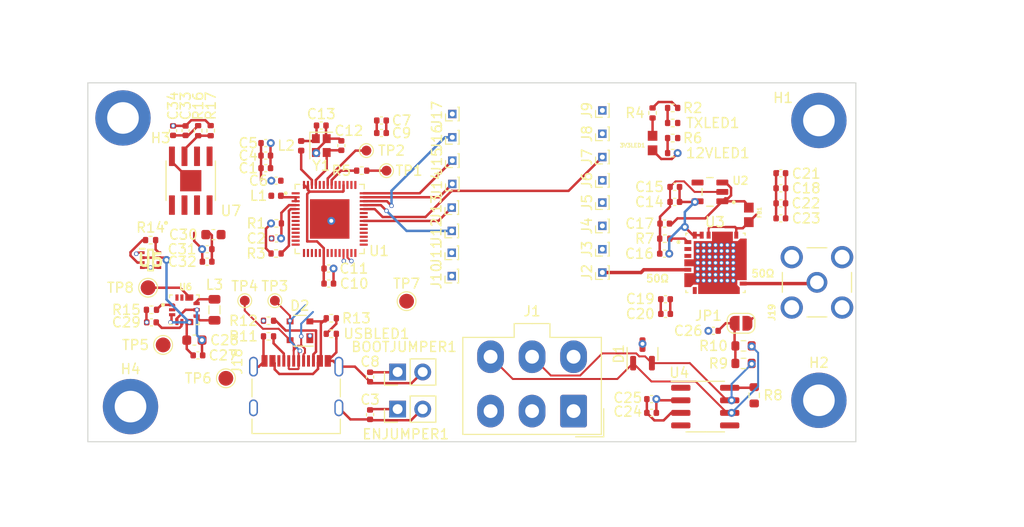
<source format=kicad_pcb>
(kicad_pcb (version 20221018) (generator pcbnew)
  (layers (0 "F.Cu" signal) (1 "In1.Cu" signal) (2 "In2.Cu" signal) (31 "B.Cu" signal) (34 "B.Paste" user) (35 "F.Paste" user) (36 "B.SilkS" user "B.Silkscreen") (37 "F.SilkS" user "F.Silkscreen") (38 "B.Mask" user) (39 "F.Mask" user) (44 "Edge.Cuts" user))
  (net 0 "")
  (net 1 "GND")
  (net 2 "+3V3")
  (net 3 "VBUS")
  (net 4 "RBUS_uC_V")
  (net 5 "Net-(3V3LED1-A)")
  (net 6 "/Power/BBIN")
  (net 7 "/Power/BIAS")
  (net 8 "/Power/BBOUT")
  (net 9 "/Power/LX1")
  (net 10 "/Power/LX2")
  (net 11 "/Power/SEL")
  (net 12 "/Power/FBIn")
  (net 13 "Net-(12VLED1-A)")
  (net 14 "/BOOT")
  (net 15 "/CHIP_PU")
  (net 16 "Net-(C6-Pad1)")
  (net 17 "/2V85")
  (net 18 "Net-(C13-Pad1)")
  (net 19 "Net-(U1-XTAL_N)")
  (net 20 "Net-(JP1-B)")
  (net 21 "/VCC1")
  (net 22 "+3.3VA")
  (net 23 "/CAN-")
  (net 24 "/CAN+")
  (net 25 "/Data-")
  (net 26 "/Data+")
  (net 27 "+12V")
  (net 28 "TR")
  (net 29 "/CAN-BUS/Vref")
  (net 30 "Net-(U1-XTAL_P)")
  (net 31 "Net-(TXLED1-A)")
  (net 32 "SD_EN")
  (net 33 "/TXD")
  (net 34 "Net-(U1-U0TXD{slash}PROG{slash}GPIO43)")
  (net 35 "Net-(USBLED1-A)")
  (net 36 "/RXD")
  (net 73 "/CAN_TX")
  (net 74 "/CAN_RX")
  (net 75 "TX_EN")
  (net 76 "CRX_EN")
  (net 77 "Net-(J18-CC1)")
  (net 79 "Net-(J18-CC2)")
  (net 81 "Net-(U4-Rs)")
  (net 82 "Net-(U5-ST)")
  (net 89 "INT")
  (net 93 "NRST")
  (net 94 "CS")
  (net 95 "SCK")
  (net 96 "MOSI")
  (net 97 "MISO")
  (net 98 "Net-(U3-ANT)")
  (footprint "TestPoint:TestPoint_Pad_D1.5mm" (layer "F.Cu") (at 66.799 134.948412)
    (fp_text reference "TP8")
    (fp_text value "TestPoint" hide)
  )
  (footprint "MountingHole:MountingHole_3.2mm_M3_DIN965_Pad" (layer "F.Cu") (at 64.259 117.768)
    (fp_text reference "H3")
    (fp_text value "MountingHole_Pad" hide)
  )
  (footprint "Connector_PinHeader_1.00mm:PinHeader_1x01_P1.00mm_Vertical" (layer "F.Cu") (at 112.773 131.05 90)
    (fp_text reference "J3")
    (fp_text value "Conn_01x01_Pin" hide)
  )
  (footprint "Connector_PinHeader_1.00mm:PinHeader_1x01_P1.00mm_Vertical" (layer "F.Cu") (at 97.589 124.446 90)
    (fp_text reference "J14")
    (fp_text value "Conn_01x01_Pin" hide)
  )
  (footprint "iclr:CONV_MAX77827AEFD+T" (layer "F.Cu") (at 70.471718 137.182)
    (fp_text reference "U6")
    (fp_text value "MAX77827AEFD+T" hide)
  )
  (footprint "Resistor_SMD:R_0402_1005Metric" (layer "F.Cu") (at 79.781 128.436)
    (fp_text reference "R1")
    (fp_text value "10K" hide)
  )
  (footprint "AD7150BRMZ:IC_SKY65383-11" (layer "F.Cu") (at 124.225 132.43)
    (fp_text reference "U3")
    (fp_text value "SKY65383-11" hide)
  )
  (footprint "iclr:SOTFL50P160X60-8N" (layer "F.Cu") (at 67.053 132.154412)
    (fp_text reference "U5")
    (fp_text value "LM66200DRLR" hide)
  )
  (footprint "Resistor_SMD:R_0402_1005Metric" (layer "F.Cu") (at 67.141718 137.182 180)
    (fp_text reference "R15")
    (fp_text value "14k" hide)
  )
  (footprint "MountingHole:MountingHole_3.2mm_M3_DIN965_Pad" (layer "F.Cu") (at 134.69 118.022)
    (fp_text reference "H1")
    (fp_text value "MountingHole_Pad" hide)
  )
  (footprint "Capacitor_SMD:C_0402_1005Metric" (layer "F.Cu") (at 130.835 123.356)
    (fp_text reference "C21")
    (fp_text value "4.7u" hide)
  )
  (footprint "Capacitor_SMD:C_0402_1005Metric" (layer "F.Cu") (at 90.421 119.292)
    (fp_text reference "C9")
    (fp_text value "10nF" hide)
  )
  (footprint "Capacitor_SMD:C_0402_1005Metric" (layer "F.Cu") (at 119.165 136.108 180)
    (fp_text reference "C19")
    (fp_text value "100n" hide)
  )
  (footprint "Jumper:SolderJumper-2_P1.3mm_Open_RoundedPad1.0x1.5mm" (layer "F.Cu") (at 126.806 138.548 180)
    (fp_text reference "JP1")
    (fp_text value "TermJP" hide)
  )
  (footprint "Resistor_SMD:R_0402_1005Metric" (layer "F.Cu") (at 119.887 116.752 180)
    (fp_text reference "R2")
    (fp_text value "470" hide)
  )
  (footprint "Capacitor_SMD:C_0402_1005Metric" (layer "F.Cu") (at 120.105 126.268 180)
    (fp_text reference "C14")
    (fp_text value "100n" hide)
  )
  (footprint "Connector_PinHeader_1.00mm:PinHeader_1x01_P1.00mm_Vertical" (layer "F.Cu") (at 112.773 124.086 90)
    (fp_text reference "J6")
    (fp_text value "Conn_01x01_Pin" hide)
  )
  (footprint "Inductor_SMD:L_0805_2012Metric" (layer "F.Cu") (at 73.519718 137.182 90)
    (fp_text reference "L3")
    (fp_text value "1uH" hide)
  )
  (footprint "Resistor_SMD:R_0603_1608Metric" (layer "F.Cu") (at 127.06 140.834)
    (fp_text reference "R10")
    (fp_text value "60" hide)
  )
  (footprint "Capacitor_SMD:C_0402_1005Metric" (layer "F.Cu") (at 69.326 119.053 -90)
    (fp_text reference "C34")
    (fp_text value "0.1uF" hide)
  )
  (footprint "Crystal:Crystal_SMD_2016-4Pin_2.0x1.6mm" (layer "F.Cu") (at 84.325 120.562 -90)
    (fp_text reference "Y1")
    (fp_text value "R940000171" hide)
  )
  (footprint "TestPoint:TestPoint_Pad_D1.5mm" (layer "F.Cu") (at 74.673 144.114912)
    (fp_text reference "TP6")
    (fp_text value "TestPoint" hide)
  )
  (footprint "Capacitor_SMD:C_0402_1005Metric" (layer "F.Cu") (at 72.7745 132.315912 180)
    (fp_text reference "C32")
    (fp_text value "4.7uF" hide)
  )
  (footprint "Capacitor_SMD:C_0402_1005Metric" (layer "F.Cu") (at 117.757 146.216)
    (fp_text reference "C25")
    (fp_text value "10uF" hide)
  )
  (footprint "Connector_PinHeader_1.00mm:PinHeader_1x01_P1.00mm_Vertical" (layer "F.Cu") (at 112.773 128.69 90)
    (fp_text reference "J4")
    (fp_text value "Conn_01x01_Pin" hide)
  )
  (footprint "Capacitor_SMD:C_0402_1005Metric" (layer "F.Cu") (at 120.105 124.744 180)
    (fp_text reference "C15")
    (fp_text value "100n" hide)
  )
  (footprint "AD7150BRMZ:BEADC1608X95N" (layer "F.Cu") (at 127.597 127.577 -90)
    (fp_text reference "FB1")
    (fp_text value "FerriteBead" hide)
  )
  (footprint "Package_TO_SOT_SMD:SOT-23" (layer "F.Cu") (at 116.837 141.644 90)
    (fp_text reference "D1")
    (fp_text value "SM712_SOT23" hide)
  )
  (footprint "MountingHole:MountingHole_3.2mm_M3_DIN965_Pad" (layer "F.Cu") (at 65.021 146.978)
    (fp_text reference "H4")
    (fp_text value "MountingHole_Pad" hide)
  )
  (footprint "Connector_PinHeader_1.00mm:PinHeader_1x01_P1.00mm_Vertical" (layer "F.Cu") (at 97.589 119.726 90)
    (fp_text reference "J16")
    (fp_text value "Conn_01x01_Pin" hide)
  )
  (footprint "Capacitor_SMD:C_0402_1005Metric" (layer "F.Cu") (at 72.7745 131.045912 180)
    (fp_text reference "C31")
    (fp_text value "10uF" hide)
  )
  (footprint "TestPoint:TestPoint_Pad_D1.0mm" (layer "F.Cu") (at 79.63 136.259)
    (fp_text reference "TP3")
    (fp_text value "TestPoint" hide)
  )
  (footprint "AD7150BRMZ:SOT95P280X145-5N" (layer "F.Cu") (at 123.661 125.252 180)
    (fp_text reference "U2")
    (fp_text value "LP5907MFX-2.85_NOPB" hide)
  )
  (footprint "Resistor_SMD:R_0402_1005Metric" (layer "F.Cu") (at 78.989 139.866 180)
    (fp_text reference "R11")
    (fp_text value "5.1k" hide)
  )
  (footprint "Capacitor_SMD:C_0402_1005Metric" (layer "F.Cu") (at 124.012 139.31 180)
    (fp_text reference "C26")
    (fp_text value "47nF" hide)
  )
  (footprint "Capacitor_SMD:C_0402_1005Metric" (layer "F.Cu") (at 89.265 147.796 -90)
    (fp_text reference "C3")
    (fp_text value "0.1uF" hide)
  )
  (footprint "Capacitor_SMD:C_0402_1005Metric" (layer "F.Cu") (at 70.596 119.053 -90)
    (fp_text reference "C33")
    (fp_text value "10uF" hide)
  )
  (footprint "AD7150BRMZ:BEADC1608X95N" (layer "F.Cu") (at 117.855 120.308 90)
    (fp_text reference "3V3LED1")
    (fp_text value "BLUE_LED" hide)
  )
  (footprint "Resistor_SMD:R_0402_1005Metric" (layer "F.Cu") (at 117.855 117.26 90)
    (fp_text reference "R4")
    (fp_text value "470" hide)
  )
  (footprint "Connector_PinHeader_1.00mm:PinHeader_1x01_P1.00mm_Vertical" (layer "F.Cu") (at 112.773 117.006 90)
    (fp_text reference "J9")
    (fp_text value "Conn_01x01_Pin" hide)
  )
  (footprint "Resistor_SMD:R_0402_1005Metric" (layer "F.Cu") (at 119.887 121.324 180)
    (fp_text reference "12VLED1")
    (fp_text value "RED_LED" hide)
  )
  (footprint "MountingHole:MountingHole_3.2mm_M3_DIN965_Pad" (layer "F.Cu") (at 134.69 146.343)
    (fp_text reference "H2")
    (fp_text value "MountingHole_Pad" hide)
  )
  (footprint "TestPoint:TestPoint_Pad_D1.0mm" (layer "F.Cu") (at 88.897 121.07)
    (fp_text reference "TP2")
    (fp_text value "TestPoint" hide)
  )
  (footprint "Inductor_SMD:L_0402_1005Metric" (layer "F.Cu") (at 79.753 125.642)
    (fp_text reference "L1")
    (fp_text value "2.0nH" hide)
  )
  (footprint "Connector_PinHeader_1.00mm:PinHeader_1x01_P1.00mm_Vertical" (layer "F.Cu") (at 97.589 122.086 90)
    (fp_text reference "J15")
    (fp_text value "Conn_01x01_Pin" hide)
  )
  (footprint "Connector_PinHeader_1.00mm:PinHeader_1x01_P1.00mm_Vertical" (layer "F.Cu") (at 112.773 121.726 90)
    (fp_text reference "J7")
    (fp_text value "Conn_01x01_Pin" hide)
  )
  (footprint "Capacitor_SMD:C_0603_1608Metric" (layer "F.Cu") (at 71.487718 140.2525)
    (fp_text reference "C28")
    (fp_text value "10uF" hide)
  )
  (footprint "Connector_PinHeader_1.00mm:PinHeader_1x01_P1.00mm_Vertical" (layer "F.Cu") (at 112.773 119.366 90)
    (fp_text reference "J8")
    (fp_text value "Conn_01x01_Pin" hide)
  )
  (footprint "Resistor_SMD:R_0402_1005Metric" (layer "F.Cu") (at 73.136 119.053 90)
    (fp_text reference "R17")
    (fp_text value "10k" hide)
  )
  (footprint "Capacitor_SMD:C_0402_1005Metric" (layer "F.Cu") (at 130.835 127.928)
    (fp_text reference "C23")
    (fp_text value "10p" hide)
  )
  (footprint "Resistor_SMD:R_0603_1608Metric" (layer "F.Cu") (at 128.14 145.835 -90)
    (fp_text reference "R8")
    (fp_text value "0" hide)
  )
  (footprint "Package_TO_SOT_SMD:SOT-143" (layer "F.Cu") (at 82.17 139.307 180)
    (fp_text reference "D2")
    (fp_text value "SP0503BAHT" hide)
  )
  (footprint "Capacitor_SMD:C_0402_1005Metric" (layer "F.Cu") (at 78.709 120.308 180)
    (fp_text reference "C5")
    (fp_text value "0.1uF" hide)
  )
  (footprint "Resistor_SMD:R_0402_1005Metric" (layer "F.Cu") (at 119.887 118.276 180)
    (fp_text reference "TXLED1")
    (fp_text value "GREEN_LED" hide)
  )
  (footprint "Resistor_SMD:R_0402_1005Metric" (layer "F.Cu") (at 85.341 138.037)
    (fp_text reference "R13")
    (fp_text value "5.1k" hide)
  )
  (footprint "Resistor_SMD:R_0402_1005Metric" (layer "F.Cu") (at 88.417 123.102 180)
    (fp_text reference "R5")
    (fp_text value "499R" hide)
  )
  (footprint "iclr:SOIC127P599X175-9N" (layer "F.Cu") (at 71.117 124.118 90)
    (fp_text reference "U7")
    (fp_text value "SC4215" hide)
  )
  (footprint "iclr:QFN40P700X700X90-57N" (layer "F.Cu") (at 85.178 127.99)
    (fp_text reference "U1")
    (fp_text value "ESP32-S3" hide)
  )
  (footprint "Capacitor_SMD:C_0402_1005Metric" (layer "F.Cu") (at 89.265 143.986 -90)
    (fp_text reference "C8")
    (fp_text value "0.1uF" hide)
  )
  (footprint "Capacitor_SMD:C_0402_1005Metric" (layer "F.Cu") (at 85.087 133.008)
    (fp_text reference "C11")
    (fp_text value "0.1uF" hide)
  )
  (footprint "Capacitor_SMD:C_0402_1005Metric" (layer "F.Cu") (at 117.757 147.613)
    (fp_text reference "C24")
    (fp_text value "100nF" hide)
  )
  (footprint "Resistor_SMD:R_0402_1005Metric" (layer "F.Cu") (at 119.887 119.8 180)
    (fp_text reference "R6")
    (fp_text value "3k" hide)
  )
  (footprint "TestPoint:TestPoint_Pad_D1.0mm" (layer "F.Cu") (at 90.929 123.102)
    (fp_text reference "TP1")
    (fp_text value "TestPoint" hide)
  )
  (footprint "AD7150BRMZ:LINX_CONREVSMA002-G" (layer "F.Cu") (at 134.49 134.405 90)
    (fp_text reference "J19")
    (fp_text value "CONREVSMA002-G" hide)
  )
  (footprint "TestPoint:TestPoint_Pad_D1.5mm" (layer "F.Cu") (at 92.961 136.31)
    (fp_text reference "TP7")
    (fp_text value "TestPoint" hide)
  )
  (footprint "Capacitor_SMD:C_0402_1005Metric" (layer "F.Cu") (at 119.061 131.506 180)
    (fp_text reference "C16")
    (fp_text value "1u" hide)
  )
  (footprint "Connector_Molex:Molex_Mini-Fit_Jr_5566-06A_2x03_P4.20mm_Vertical" (layer "F.Cu") (at 109.861 147.434 180)
    (fp_text reference "J1")
    (fp_text value "RBUS" hide)
  )
  (footprint "Capacitor_SMD:C_0402_1005Metric" (layer "F.Cu") (at 119.173 137.602 180)
    (fp_text reference "C20")
    (fp_text value "10p" hide)
  )
  (footprint "Resistor_SMD:R_0402_1005Metric" (layer "F.Cu") (at 71.866 119.053 -90)
    (fp_text reference "R16")
    (fp_text value "56k" hide)
  )
  (footprint "Connector_PinHeader_1.00mm:PinHeader_1x01_P1.00mm_Vertical" (layer "F.Cu") (at 97.533 133.77 90)
    (fp_text reference "J10")
    (fp_text value "Conn_01x01_Pin" hide)
  )
  (footprint "Capacitor_SMD:C_0402_1005Metric" (layer "F.Cu") (at 85.087 134.532)
    (fp_text reference "C10")
    (fp_text value "0.1uF" hide)
  )
  (footprint "Resistor_SMD:R_0402_1005Metric" (layer "F.Cu") (at 119.089 129.982 180)
    (fp_text reference "R7")
    (fp_text value "10k" hide)
  )
  (footprint "Inductor_SMD:L_0402_1005Metric" (layer "F.Cu") (at 82.293 120.585 90)
    (fp_text reference "L2")
    (fp_text value "20nH" hide)
  )
  (footprint "TestPoint:TestPoint_Pad_D1.5mm" (layer "F.Cu") (at 68.323 140.738)
    (fp_text reference "TP5")
    (fp_text value "TestPoint" hide)
  )
  (footprint "Connector_PinHeader_1.00mm:PinHeader_1x01_P1.00mm_Vertical" (layer "F.Cu") (at 97.533 129.198 90)
    (fp_text reference "J12")
    (fp_text value "Conn_01x01_Pin" hide)
  )
  (footprint "Resistor_SMD:R_0402_1005Metric" (layer "F.Cu") (at 79.753 131.484)
    (fp_text reference "R3")
    (fp_text value "10K" hide)
  )
  (footprint "Capacitor_SMD:C_0402_1005Metric" (layer "F.Cu") (at 119.089 128.458 180)
    (fp_text reference "C17")
    (fp_text value "1u" hide)
  )
  (footprint "Capacitor_SMD:C_0402_1005Metric" (layer "F.Cu") (at 67.141718 138.452 180)
    (fp_text reference "C29")
    (fp_text value "1uF" hide)
  )
  (footprint "Resistor_SMD:R_0402_1005Metric" (layer "F.Cu") (at 85.341 139.612 180)
    (fp_text reference "USBLED1")
    (fp_text value "WHITE_LED" hide)
  )
  (footprint "Capacitor_SMD:C_0402_1005Metric" (layer "F.Cu") (at 130.835 126.404)
    (fp_text reference "C22")
    (fp_text value "10p" hide)
  )
  (footprint "Connector_PinHeader_1.00mm:PinHeader_1x01_P1.00mm_Vertical" (layer "F.Cu") (at 112.773 133.41 90)
    (fp_text reference "J2")
    (fp_text value "Conn_01x01_Pin" hide)
  )
  (footprint "Connector_PinHeader_1.00mm:PinHeader_1x01_P1.00mm_Vertical" (layer "F.Cu") (at 112.773 126.33 90)
    (fp_text reference "J5")
    (fp_text value "Conn_01x01_Pin" hide)
  )
  (footprint "Resistor_SMD:R_0603_1608Metric" (layer "F.Cu") (at 127.06 142.612 180)
    (fp_text reference "R9")
    (fp_text value "60" hide)
  )
  (footprint "Capacitor_SMD:C_0402_1005Metric" (layer "F.Cu") (at 90.421 118.022)
    (fp_text reference "C7")
    (fp_text value "1uF" hide)
  )
  (footprint "Capacitor_SMD:C_0402_1005Metric" (layer "F.Cu") (at 84.325 118.53)
    (fp_text reference "C13")
    (fp_text value "11pF" hide)
  )
  (footprint "Connector_USB:USB_C_Receptacle_Palconn_UTC16-G" (layer "F.Cu") (at 81.785 144.865)
    (fp_text reference "J18")
    (fp_text value "USB_C_Receptacle_USB2.0" hide)
  )
  (footprint "Capacitor_SMD:C_0402_1005Metric" (layer "F.Cu") (at 78.709 122.848 180)
    (fp_text reference "C1")
    (fp_text value "10uF" hide)
  )
  (footprint "Connector_PinHeader_1.00mm:PinHeader_1x01_P1.00mm_Vertical" (layer "F.Cu") (at 97.589 117.366 90)
    (fp_text reference "J17")
    (fp_text value "Conn_01x01_Pin" hide)
  )
  (footprint "Capacitor_SMD:C_0402_1005Metric" (layer "F.Cu") (at 71.843718 141.7925)
    (fp_text reference "C27")
    (fp_text value "10uF" hide)
  )
  (footprint "Capacitor_SMD:C_0402_1005Metric" (layer "F.Cu") (at 79.753 124.118 180)
    (fp_text reference "C6")
    (fp_text value "0.1uF" hide)
  )
  (footprint "Package_SO:SOIC-8_3.9x4.9mm_P1.27mm" (layer "F.Cu") (at 123.187 146.978)
    (fp_text reference "U4")
    (fp_text value "SN65HVD230" hide)
  )
  (footprint "Connector_PinHeader_2.54mm:PinHeader_1x02_P2.54mm_Vertical" (layer "F.Cu") (at 92.054 143.478 90)
    (fp_text reference "BOOTJUMPER1")
    (fp_text value "Conn_01x02_Male" hide)
  )
  (footprint "Capacitor_SMD:C_0402_1005Metric" (layer "F.Cu") (at 130.835 124.88)
    (fp_text reference "C18")
    (fp_text value "4.7u" hide)
  )
  (footprint "Resistor_SMD:R_0402_1005Metric" (layer "F.Cu") (at 78.989 138.291)
    (fp_text reference "R12")
    (fp_text value "5.1k" hide)
  )
  (footprint "Connector_PinHeader_1.00mm:PinHeader_1x01_P1.00mm_Vertical" (layer "F.Cu") (at 97.533 131.41 90)
    (fp_text reference "J11")
    (fp_text value "Conn_01x01_Pin" hide)
  )
  (footprint "TestPoint:TestPoint_Pad_D1.0mm" (layer "F.Cu") (at 76.582 136.259)
    (fp_text reference "TP4")
    (fp_text value "TestPoint" hide)
  )
  (footprint "Connector_PinHeader_1.00mm:PinHeader_1x01_P1.00mm_Vertical" (layer "F.Cu") (at 97.533 126.838 90)
    (fp_text reference "J13")
    (fp_text value "Conn_01x01_Pin" hide)
  )
  (footprint "Capacitor_SMD:C_0402_1005Metric" (layer "F.Cu") (at 86.357 120.562 90)
    (fp_text reference "C12")
    (fp_text value "11pF" hide)
  )
  (footprint "Capacitor_SMD:C_0402_1005Metric" (layer "F.Cu") (at 79.781 129.96 180)
    (fp_text reference "C2")
    (fp_text value "1uF" hide)
  )
  (footprint "Capacitor_SMD:C_0603_1608Metric" (layer "F.Cu") (at 73.4095 129.574324 180)
    (fp_text reference "C30")
    (fp_text value "22uF" hide)
  )
  (footprint "Resistor_SMD:R_0402_1005Metric" (layer "F.Cu") (at 67.053 130.126412)
    (fp_text reference "R14")
    (fp_text value "10k" hide)
  )
  (footprint "Capacitor_SMD:C_0402_1005Metric" (layer "F.Cu") (at 78.709 121.578 180)
    (fp_text reference "C4")
    (fp_text value "1uF" hide)
  )
  (footprint "Connector_PinHeader_2.54mm:PinHeader_1x02_P2.54mm_Vertical" (layer "F.Cu") (at 92.054 147.232 90)
    (fp_text reference "ENJUMPER1")
    (fp_text value "Conn_01x02_Male" hide)
  )
  (gr_line (start 60.703 150.534) (end 138.427 150.534) (stroke (width 0.1)) (layer "Edge.Cuts"))
  (gr_line (start 60.703 114.212) (end 60.703 150.534) (stroke (width 0.1)) (layer "Edge.Cuts"))
  (gr_line (start 138.427 114.212) (end 60.703 114.212) (stroke (width 0.1)) (layer "Edge.Cuts"))
  (gr_line (start 138.427 150.534) (end 138.427 114.212) (stroke (width 0.1)) (layer "Edge.Cuts"))
  (gr_text "50Ω" (at 129.029 133.516) (layer "F.SilkS") (effects (font (size 0.75 0.75) (thickness 0.15) bold)))
  (gr_text "50Ω" (at 118.361 134.024) (layer "F.SilkS") (effects (font (size 0.75 0.75) (thickness 0.15) bold)))
  (segment (start 72.2945 132.315912) (end 72.2665 131.045912) (width 0.25) (layer "F.Cu") (net 1))
  (segment (start 118.609 128.458) (end 118.609 129.952) (width 0.25) (layer "F.Cu") (net 1))
  (segment (start 89.265 144.466) (end 89.402 144.603) (width 0.25) (layer "F.Cu") (net 1))
  (segment (start 70.593282 137.182) (end 71.741718 137.182) (width 0.25) (layer "F.Cu") (net 1))
  (segment (start 89.346 148.357) (end 93.4145 148.357) (width 0.25) (layer "F.Cu") (net 1))
  (segment (start 118.237 147.613) (end 118.237 146.216) (width 0.25) (layer "F.Cu") (net 1))
  (segment (start 120.395 121.324) (end 120.395 121.326) (width 0.25) (layer "F.Cu") (net 1))
  (segment (start 118.609 127.764) (end 119.625 126.748) (width 0.25) (layer "F.Cu") (net 1))
  (segment (start 120.712 146.343) (end 118.364 146.343) (width 0.25) (layer "F.Cu") (net 1))
  (segment (start 131.315 124.88) (end 131.315 126.404) (width 0.2) (layer "F.Cu") (net 1))
  (segment (start 90.901 118.022) (end 90.901 119.292) (width 0.25) (layer "F.Cu") (net 1))
  (segment (start 69.212 122.213) (end 71.117 124.118) (width 0.25) (layer "F.Cu") (net 1))
  (segment (start 93.4145 148.357) (end 94.5395 147.232) (width 0.25) (layer "F.Cu") (net 1))
  (segment (start 66.215 132.904412) (end 67.0354 132.904412) (width 0.25) (layer "F.Cu") (net 1))
  (segment (start 118.731 121.919) (end 117.855 121.043) (width 0.25) (layer "F.Cu") (net 1))
  (segment (start 87.276 148.276) (end 86.105 147.105) (width 0.25) (layer "F.Cu") (net 1))
  (segment (start 119.802 121.919) (end 118.731 121.919) (width 0.25) (layer "F.Cu") (net 1))
  (segment (start 118.685 137.594) (end 118.693 137.602) (width 0.25) (layer "F.Cu") (net 1))
  (segment (start 85.853 140.12) (end 85.853 141.487) (width 0.25) (layer "F.Cu") (net 1))
  (segment (start 89.265 148.276) (end 87.276 148.276) (width 0.25) (layer "F.Cu") (net 1))
  (segment (start 118.609 129.952) (end 118.579 129.982) (width 0.25) (layer "F.Cu") (net 1))
  (segment (start 118.665 136.088) (end 118.685 136.108) (width 0.25) (layer "F.Cu") (net 1))
  (segment (start 119.625 124.744) (end 120.185 124.184) (width 0.2) (layer "F.Cu") (net 1))
  (segment (start 71.4635 130.214912) (end 72.2945 131.045912) (width 0.25) (layer "F.Cu") (net 1))
  (segment (start 77.465 142.935) (end 78.005 142.935) (width 0.25) (layer "F.Cu") (net 1))
  (segment (start 85.851 140.118) (end 85.853 140.12) (width 0.25) (layer "F.Cu") (net 1))
  (segment (start 118.579 129.982) (end 118.579 131.504) (width 0.25) (layer "F.Cu") (net 1))
  (segment (start 118.364 146.343) (end 118.237 146.216) (width 0.25) (layer "F.Cu") (net 1))
  (segment (start 85.851 139.612) (end 85.851 140.118) (width 0.25) (layer "F.Cu") (net 1))
  (segment (start 118.609 128.458) (end 118.609 127.764) (width 0.25) (layer "F.Cu") (net 1))
  (segment (start 67.0401 132.899712) (end 67.0448 132.904412) (width 0.25) (layer "F.Cu") (net 1))
  (segment (start 72.2665 131.045912) (end 72.2945 131.045912) (width 0.25) (layer "F.Cu") (net 1))
  (segment (start 93.469 144.603) (end 94.594 143.478) (width 0.25) (layer "F.Cu") (net 1))
  (segment (start 122.107 125.252) (end 124.916 125.252) (width 0.2) (layer "F.Cu") (net 1))
  (segment (start 71.171 117.998) (end 72.591 117.998) (width 0.25) (layer "F.Cu") (net 1))
  (segment (start 84.875 120.012) (end 83.775 121.112) (width 0.25) (layer "F.Cu") (net 1))
  (segment (start 86.137 119.862) (end 86.357 120.082) (width 0.25) (layer "F.Cu") (net 1))
  (segment (start 69.3387 118.5577) (end 70.596 118.573) (width 0.25) (layer "F.Cu") (net 1))
  (segment (start 85.567 133.008) (end 85.567 134.532) (width 0.25) (layer "F.Cu") (net 1))
  (segment (start 85.087 142.355) (end 85.525 142.355) (width 0.25) (layer "F.Cu") (net 1))
  (segment (start 131.315 123.356) (end 131.315 124.88) (width 0.2) (layer "F.Cu") (net 1))
  (segment (start 69.671718 138.382) (end 69.671718 138.103564) (width 0.25) (layer "F.Cu") (net 1))
  (segment (start 72.262718 140.2525) (end 72.249718 140.2525) (width 0.25) (layer "F.Cu") (net 1))
  (segment (start 84.985 142.355) (end 85.087 142.355) (width 0.25) (layer "F.Cu") (net 1))
  (segment (start 85.853 141.487) (end 84.985 142.355) (width 0.25) (layer "F.Cu") (net 1))
  (segment (start 78.479 142.249) (end 78.585 142.355) (width 0.25) (layer "F.Cu") (net 1))
  (segment (start 66.215 131.404412) (end 65.716 131.404412) (width 0.25) (layer "F.Cu") (net 1))
  (segment (start 87.734 142.935) (end 89.265 144.466) (width 0.25) (layer "F.Cu") (net 1))
  (segment (start 118.685 136.108) (end 118.685 137.594) (width 0.25) (layer "F.Cu") (net 1))
  (segment (start 89.402 144.603) (end 93.469 144.603) (width 0.25) (layer "F.Cu") (net 1))
  (segment (start 67.0448 132.904412) (end 67.891 132.904412) (width 0.25) (layer "F.Cu") (net 1))
  (segment (start 69.671718 138.103564) (end 70.593282 137.182) (width 0.25) (layer "F.Cu") (net 1))
  (segment (start 120.185 124.184) (end 121.039 124.184) (width 0.2) (layer "F.Cu") (net 1))
  (segment (start 85.525 142.355) (end 86.105 142.935) (width 0.25) (layer "F.Cu") (net 1))
  (segment (start 65.716 131.404412) (end 65.605 131.515412) (width 0.25) (layer "F.Cu") (net 1))
  (segment (start 89.2105 148.22) (end 89.2105 148.2215) (width 0.25) (layer "F.Cu") (net 1))
  (segment (start 120.397 121.324) (end 120.395 121.324) (width 0.25) (layer "F.Cu") (net 1))
  (segment (start 79.245 124.09) (end 79.273 124.118) (width 0.25) (layer "F.Cu") (net 1))
  (segment (start 84.805 119.792) (end 84.875 119.862) (width 0.25) (layer "F.Cu") (net 1))
  (segment (start 69.212 121.648) (end 69.212 122.213) (width 0.25) (layer "F.Cu") (net 1))
  (segment (start 84.875 119.862) (end 86.137 119.862) (width 0.25) (layer "F.Cu") (net 1))
  (segment (start 69.326 118.573) (end 69.3387 118.5577) (width 0.25) (layer "F.Cu") (net 1))
  (segment (start 78.005 142.935) (end 78.585 142.355) (width 0.25) (layer "F.Cu") (net 1))
  (segment (start 121.039 124.184) (end 122.107 125.252) (width 0.2) (layer "F.Cu") (net 1))
  (segment (start 84.805 118.53) (end 84.805 119.792) (width 0.25) (layer "F.Cu") (net 1))
  (segment (start 78.229 122.848) (end 78.229 124.09) (width 0.25) (layer "F.Cu") (net 1))
  (segment (start 120.397 121.324) (end 120.397 121.324) (width 0.25) (layer "F.Cu") (net 1))
  (segment (start 72.591 117.998) (end 73.136 118.543) (width 0.25) (layer "F.Cu") (net 1))
  (segment (start 119.625 126.268) (end 119.625 126.748) (width 0.2) (layer "F.Cu") (net 1))
  (segment (start 83.817 121.324) (end 83.775 121.262) (width 0.25) (layer "F.Cu") (net 1))
  (segment (start 86.105 142.935) (end 87.734 142.935) (width 0.25) (layer "F.Cu") (net 1))
  (segment (start 85.853 139.866) (end 85.853 140.12) (width 0.25) (layer "F.Cu") (net 1))
  (segment (start 67.0354 132.904412) (end 67.0401 132.899712) (width 0.25) (layer "F.Cu") (net 1))
  (segment (start 78.479 139.866) (end 78.479 142.249) (width 0.25) (layer "F.Cu") (net 1))
  (segment (start 120.395 121.326) (end 119.802 121.919) (width 0.25) (layer "F.Cu") (net 1))
  (segment (start 78.229 121.578) (end 78.229 122.848) (width 0.25) (layer "F.Cu") (net 1))
  (segment (start 78.229 120.308) (end 78.229 121.578) (width 0.25) (layer "F.Cu") (net 1))
  (segment (start 84.875 119.862) (end 84.875 120.012) (width 0.25) (layer "F.Cu") (net 1))
  (segment (start 72.262718 141.7315) (end 72.323718 141.7925) (width 0.25) (layer "F.Cu") (net 1))
  (segment (start 131.315 126.404) (end 131.315 127.928) (width 0.2) (layer "F.Cu") (net 1))
  (segment (start 71.4635 129.394912) (end 71.4635 130.214912) (width 0.25) (layer "F.Cu") (net 1))
  (segment (start 66.631718 137.182) (end 66.631718 138.422) (width 0.25) (layer "F.Cu") (net 1))
  (segment (start 118.579 131.504) (end 118.581 131.506) (width 0.25) (layer "F.Cu") (net 1))
  (segment (start 72.249718 140.2525) (end 72.262718 141.7315) (width 0.25) (layer "F.Cu") (net 1))
  (segment (start 70.596 118.573) (end 71.171 117.998) (width 0.25) (layer "F.Cu") (net 1))
  (segment (start 85.567 133.262) (end 85.567 133.008) (width 0.25) (layer "F.Cu") (net 1))
  (segment (start 89.2105 148.2215) (end 89.346 148.357) (width 0.25) (layer "F.Cu") (net 1))
  (segment (start 66.631718 138.422) (end 66.661718 138.452) (width 0.25) (layer "F.Cu") (net 1))
  (segment (start 89.402 144.4955) (end 89.402 144.603) (width 0.25) (layer "F.Cu") (net 1))
  (segment (start 83.775 121.112) (end 83.817 121.324) (width 0.25) (layer "F.Cu") (net 1))
  (segment (start 119.625 124.744) (end 119.625 126.268) (width 0.2) (layer "F.Cu") (net 1))
  (segment (start 71.741718 137.182) (end 71.571718 137.182) (width 0.25) (layer "F.Cu") (net 1))
  (segment (start 89.4035 144.494) (end 89.402 144.4955) (width 0.25) (layer "F.Cu") (net 1))
  (via (at 71.741718 137.182) (size 0.45) (drill 0.3) (layers "F.Cu" "B.Cu") (net 1))
  (via blind (at 65.605 131.515412) (size 0.45) (drill 0.3) (layers "F.Cu" "B.Cu") (net 1))
  (via (at 79.2958 129.96) (size 0.45) (drill 0.3) (layers "F.Cu" "B.Cu") (net 1))
  (via (at 85.341 128.182) (size 0.8) (drill 0.4) (layers "F.Cu" "B.Cu") (net 1))
  (via (at 85.567 133.008) (size 0.8) (drill 0.4) (layers "F.Cu" "B.Cu") (net 1))
  (via (at 83.817 121.324) (size 0.8) (drill 0.4) (layers "F.Cu" "B.Cu") (net 1))
  (via (at 120.395 121.324) (size 0.8) (drill 0.4) (layers "F.Cu" "B.Cu") (net 1))
  (via (at 116.837 140.628) (size 0.8) (drill 0.4) (layers "F.Cu" "B.Cu") (net 1))
  (via (at 72.249718 140.2525) (size 0.8) (drill 0.4) (layers "F.Cu" "B.Cu") (net 1))
  (via (at 83.186 139.815) (size 0.45) (drill 0.3) (layers "F.Cu" "B.Cu") (net 1))
  (via (at 66.661718 138.452) (size 0.45) (drill 0.3) (layers "F.Cu" "B.Cu") (net 1))
  (via (at 79.273 124.118) (size 0.8) (drill 0.4) (layers "F.Cu" "B.Cu") (net 1))
  (via (at 72.2665 131.045912) (size 0.8) (drill 0.4) (layers "F.Cu" "B.Cu") (net 1))
  (via (at 78.481 138.291) (size 0.45) (drill 0.3) (layers "F.Cu" "B.Cu") (net 1))
  (via (at 69.3387 118.5577) (size 0.45) (drill 0.3) (layers "F.Cu" "B.Cu") (net 1))
  (via (at 67.0401 132.899712) (size 0.45) (drill 0.3) (layers "F.Cu" "B.Cu") (net 1))
  (via (at 118.237 146.216) (size 0.8) (drill 0.4) (layers "F.Cu" "B.Cu") (net 1))
  (via (at 123.504 139.31) (size 0.8) (drill 0.4) (layers "F.Cu" "B.Cu") (net 1))
  (segment (start 71.741718 139.7445) (end 72.249718 140.2525) (width 0.25) (layer "B.Cu") (net 1))
  (segment (start 71.741718 137.2045) (end 71.741718 139.7445) (width 0.25) (layer "B.Cu") (net 1))
  (segment (start 119.848999 128.458) (end 120.377313 127.929686) (width 0.25) (layer "F.Cu") (net 2))
  (segment (start 79.217 120.308) (end 79.189 120.308) (width 0.25) (layer "F.Cu") (net 2))
  (segment (start 123.188314 127.929686) (end 124.916 126.202) (width 0.25) (layer "F.Cu") (net 2))
  (segment (start 124.916 126.202) (end 125.211 125.907) (width 0.25) (layer "F.Cu") (net 2))
  (segment (start 82.578 124.545) (end 82.978 124.945) (width 0.25) (layer "F.Cu") (net 2))
  (segment (start 82.903 125.468) (end 82.903 130.265) (width 0.25) (layer "F.Cu") (net 2))
  (segment (start 118.039 148.375) (end 117.277 147.613) (width 0.25) (layer "F.Cu") (net 2))
  (segment (start 89.941 118.022) (end 89.941 119.292) (width 0.25) (layer "F.Cu") (net 2))
  (segment (start 79.189 120.308) (end 79.189 121.578) (width 0.25) (layer "F.Cu") (net 2))
  (segment (start 125.796 124.847) (end 125.251 124.302) (width 0.25) (layer "F.Cu") (net 2))
  (segment (start 79.245 128.462) (end 78.72978 128.97722) (width 0.25) (layer "F.Cu") (net 2))
  (segment (start 79.271 128.436) (end 79.271 128.436) (width 0.25) (layer "F.Cu") (net 2))
  (segment (start 79.271 128.436) (end 79.245 128.436) (width 0.25) (layer "F.Cu") (net 2))
  (segment (start 69.199 119.66) (end 69.326 119.533) (width 0.25) (layer "F.Cu") (net 2))
  (segment (start 125.251 124.302) (end 124.916 124.302) (width 0.25) (layer "F.Cu") (net 2))
  (segment (start 84.607 134.532) (end 84.578 134.503) (width 0.25) (layer "F.Cu") (net 2))
  (segment (start 86.52 125.225) (end 83.146 125.225) (width 0.25) (layer "F.Cu") (net 2))
  (segment (start 70.596 119.533) (end 70.876 119.533) (width 0.25) (layer "F.Cu") (net 2))
  (segment (start 124.916 126.202) (end 127.141 126.202) (width 0.25) (layer "F.Cu") (net 2))
  (segment (start 86.578 125.167) (end 86.52 125.225) (width 0.25) (layer "F.Cu") (net 2))
  (segment (start 125.211 125.907) (end 125.50052 125.907) (width 0.25) (layer "F.Cu") (net 2))
  (segment (start 125.796 125.61152) (end 125.796 124.847) (width 0.25) (layer "F.Cu") (net 2))
  (segment (start 79.189 121.578) (end 79.189 122.848) (width 0.25) (layer "F.Cu") (net 2))
  (segment (start 119.569 128.458) (end 119.848999 128.458) (width 0.25) (layer "F.Cu") (net 2))
  (segment (start 84.578 134.503) (end 84.578 131.435) (width 0.25) (layer "F.Cu") (net 2))
  (segment (start 78.72978 128.97722) (end 78.72978 130.97078) (width 0.25) (layer "F.Cu") (net 2))
  (segment (start 83.146 125.225) (end 82.903 125.468) (width 0.25) (layer "F.Cu") (net 2))
  (segment (start 120.397 116.752) (end 119.802 116.157) (width 0.25) (layer "F.Cu") (net 2))
  (segment (start 120.377313 127.929686) (end 123.188314 127.929686) (width 0.25) (layer "F.Cu") (net 2))
  (segment (start 120.712 147.613) (end 119.737001 147.613) (width 0.25) (layer "F.Cu") (net 2))
  (segment (start 78.72978 130.97078) (end 79.243 131.484) (width 0.25) (layer "F.Cu") (net 2))
  (segment (start 118.448 116.157) (end 117.855 116.75) (width 0.25) (layer "F.Cu") (net 2))
  (segment (start 127.141 126.202) (end 127.273 126.334) (width 0.25) (layer "F.Cu") (net 2))
  (segment (start 82.903 130.265) (end 83.899632 130.265) (width 0.25) (layer "F.Cu") (net 2))
  (segment (start 125.50052 125.907) (end 125.796 125.61152) (width 0.25) (layer "F.Cu") (net 2))
  (segment (start 83.146 125.225) (end 82.978 125.057) (width 0.25) (layer "F.Cu") (net 2))
  (segment (start 82.978 125.057) (end 82.978 124.545) (width 0.25) (layer "F.Cu") (net 2))
  (segment (start 118.975001 148.375) (end 118.039 148.375) (width 0.25) (layer "F.Cu") (net 2))
  (segment (start 119.802 116.157) (end 118.448 116.157) (width 0.25) (layer "F.Cu") (net 2))
  (segment (start 69.326 119.533) (end 70.596 119.533) (width 0.25) (layer "F.Cu") (net 2))
  (segment (start 83.899632 130.265) (end 84.578 130.943368) (width 0.25) (layer "F.Cu") (net 2))
  (segment (start 119.737001 147.613) (end 118.975001 148.375) (width 0.25) (layer "F.Cu") (net 2))
  (segment (start 124.487 126.202) (end 124.916 126.202) (width 0.25) (layer "F.Cu") (net 2))
  (segment (start 84.578 130.943368) (end 84.578 131.435) (width 0.25) (layer "F.Cu") (net 2))
  (segment (start 86.578 124.545) (end 86.578 125.167) (width 0.25) (layer "F.Cu") (net 2))
  (segment (start 117.277 146.216) (end 117.277 147.613) (width 0.25) (layer "F.Cu") (net 2))
  (segment (start 70.876 119.533) (end 71.866 118.543) (width 0.25) (layer "F.Cu") (net 2))
  (segment (start 82.978 124.945) (end 82.978 125.057) (width 0.25) (layer "F.Cu") (net 2))
  (segment (start 79.245 128.436) (end 79.245 128.462) (width 0.25) (layer "F.Cu") (net 2))
  (via (at 79.245 128.436) (size 0.8) (drill 0.4) (layers "F.Cu" "B.Cu") (net 2))
  (via (at 79.217 120.308) (size 0.8) (drill 0.4) (layers "F.Cu" "B.Cu") (net 2))
  (segment (start 83.17 138.357) (end 84.767 138.357) (width 0.25) (layer "F.Cu") (net 3))
  (segment (start 79.385 142.355) (end 79.61 142.58) (width 0.25) (layer "F.Cu") (net 3))
  (segment (start 84.185 142.355) (end 84.163 142.333) (width 0.25) (layer "F.Cu") (net 3))
  (segment (start 65.7275 132.404412) (end 65.021 131.697912) (width 0.25) (layer "F.Cu") (net 3))
  (segment (start 79.61 142.58) (end 79.61 143.21) (width 0.25) (layer "F.Cu") (net 3))
  (segment (start 83.996 143.168) (end 83.996 142.544) (width 0.25) (layer "F.Cu") (net 3))
  (segment (start 83.488 143.676) (end 83.996 143.168) (width 0.25) (layer "F.Cu") (net 3))
  (segment (start 84.286 138.582) (end 84.286 142.254) (width 0.25) (layer "F.Cu") (net 3))
  (segment (start 83.996 142.544) (end 84.185 142.355) (width 0.25) (layer "F.Cu") (net 3))
  (segment (start 66.245881 130.126412) (end 66.543 130.126412) (width 0.25) (layer "F.Cu") (net 3))
  (segment (start 65.021 131.351293) (end 66.245881 130.126412) (width 0.25) (layer "F.Cu") (net 3))
  (segment (start 66.215 132.404412) (end 65.7275 132.404412) (width 0.25) (layer "F.Cu") (net 3))
  (segment (start 83.236 138.291) (end 83.17 138.357) (width 0.25) (layer "F.Cu") (net 3))
  (segment (start 66.213 132.406412) (end 66.215 132.404412) (width 0.25) (layer "F.Cu") (net 3))
  (segment (start 65.021 131.697912) (end 65.021 131.351293) (width 0.25) (layer "F.Cu") (net 3))
  (segment (start 84.831 138.037) (end 84.286 138.582) (width 0.25) (layer "F.Cu") (net 3))
  (segment (start 79.61 143.21) (end 80.076 143.676) (width 0.25) (layer "F.Cu") (net 3))
  (segment (start 84.286 142.254) (end 84.185 142.355) (width 0.25) (layer "F.Cu") (net 3))
  (segment (start 80.076 143.676) (end 83.488 143.676) (width 0.25) (layer "F.Cu") (net 3))
  (segment (start 101.348 147.321) (end 101.461 147.434) (width 0.25) (layer "F.Cu") (net 4))
  (segment (start 117.855 119.573) (end 117.855 117.77) (width 0.25) (layer "F.Cu") (net 5))
  (segment (start 69.171718 138.355) (end 69.074718 138.452) (width 0.25) (layer "F.Cu") (net 6))
  (segment (start 70.712718 140.2525) (end 70.712718 141.1415) (width 0.25) (layer "F.Cu") (net 6))
  (segment (start 70.725718 140.2395) (end 70.712718 140.2525) (width 0.25) (layer "F.Cu") (net 6))
  (segment (start 69.171718 137.682) (end 69.171718 138.355) (width 0.25) (layer "F.Cu") (net 6))
  (segment (start 70.712718 140.2525) (end 70.725718 140.2525) (width 0.25) (layer "F.Cu") (net 6))
  (segment (start 67.891 131.904412) (end 68.434414 131.904412) (width 0.25) (layer "F.Cu") (net 6))
  (segment (start 70.979718 138.452) (end 70.771718 138.382) (width 0.25) (layer "F.Cu") (net 6))
  (segment (start 70.712718 140.2525) (end 70.712718 138.4635) (width 0.25) (layer "F.Cu") (net 6))
  (segment (start 70.712718 141.1415) (end 71.363718 141.7925) (width 0.25) (layer "F.Cu") (net 6))
  (segment (start 68.434414 131.904412) (end 68.664831 132.134829) (width 0.25) (layer "F.Cu") (net 6))
  (segment (start 70.712718 138.441) (end 70.979718 138.452) (width 0.25) (layer "F.Cu") (net 6))
  (segment (start 66.215 131.904412) (end 67.891 131.904412) (width 0.25) (layer "F.Cu") (net 6))
  (segment (start 70.725718 140.2525) (end 70.725718 140.2395) (width 0.25) (layer "F.Cu") (net 6))
  (via (at 68.664831 132.134829) (size 0.8) (drill 0.4) (layers "F.Cu" "B.Cu") (net 6))
  (via blind (at 69.074718 138.452) (size 0.45) (drill 0.3) (layers "F.Cu" "B.Cu") (net 6))
  (via (at 70.979718 138.452) (size 0.45) (drill 0.3) (layers "F.Cu" "B.Cu") (net 6))
  (segment (start 68.664831 132.134829) (end 68.664831 136.137113) (width 0.25) (layer "B.Cu") (net 6))
  (segment (start 69.074718 138.452) (end 70.979718 138.452) (width 0.25) (layer "B.Cu") (net 6))
  (segment (start 68.664831 136.137113) (end 70.979718 138.452) (width 0.25) (layer "B.Cu") (net 6))
  (segment (start 70.171718 138.828564) (end 70.171718 138.382) (width 0.25) (layer "F.Cu") (net 7))
  (segment (start 68.18213 139.012412) (end 69.98787 139.012412) (width 0.25) (layer "F.Cu") (net 7))
  (segment (start 67.621718 138.452) (end 68.18213 139.012412) (width 0.25) (layer "F.Cu") (net 7))
  (segment (start 69.98787 139.012412) (end 70.171718 138.828564) (width 0.25) (layer "F.Cu") (net 7))
  (segment (start 66.799 134.948412) (end 70.03813 134.948412) (width 0.25) (layer "F.Cu") (net 8))
  (segment (start 70.03813 134.948412) (end 70.971718 135.882) (width 0.25) (layer "F.Cu") (net 8))
  (segment (start 73.2545 129.635912) (end 73.0135 129.394912) (width 0.25) (layer "F.Cu") (net 8))
  (segment (start 73.2545 132.315912) (end 73.2545 131.045912) (width 0.25) (layer "F.Cu") (net 8))
  (segment (start 70.971718 135.882) (end 71.037718 135.882) (width 0.25) (layer "F.Cu") (net 8))
  (segment (start 73.2545 131.045912) (end 73.2545 129.635912) (width 0.25) (layer "F.Cu") (net 8))
  (segment (start 73.519718 138.2445) (end 72.034218 138.2445) (width 0.25) (layer "F.Cu") (net 9))
  (segment (start 72.034218 138.2445) (end 71.571718 137.782) (width 0.25) (layer "F.Cu") (net 9))
  (segment (start 73.519718 136.1195) (end 71.934218 136.1195) (width 0.25) (layer "F.Cu") (net 10))
  (segment (start 71.934218 136.1195) (end 71.571718 136.482) (width 0.25) (layer "F.Cu") (net 10))
  (segment (start 67.651718 137.182) (end 68.151718 136.682) (width 0.25) (layer "F.Cu") (net 11))
  (segment (start 68.151718 136.682) (end 69.171718 136.682) (width 0.25) (layer "F.Cu") (net 11))
  (segment (start 70.482 120.947) (end 71.866 119.563) (width 0.25) (layer "F.Cu") (net 12))
  (segment (start 71.866 119.563) (end 71.866 119.561) (width 0.25) (layer "F.Cu") (net 12))
  (segment (start 71.866 119.561) (end 73.136 119.563) (width 0.25) (layer "F.Cu") (net 12))
  (segment (start 70.482 121.648) (end 70.482 120.947) (width 0.25) (layer "F.Cu") (net 12))
  (segment (start 119.377 121.324) (end 119.377 119.8) (width 0.25) (layer "F.Cu") (net 13))
  (segment (start 81.053 127.169774) (end 81.232774 126.99) (width 0.25) (layer "F.Cu") (net 14))
  (segment (start 80.263 131.484) (end 81.053 130.694) (width 0.25) (layer "F.Cu") (net 14))
  (segment (start 81.053 130.694) (end 81.053 127.169774) (width 0.25) (layer "F.Cu") (net 14))
  (segment (start 81.232774 126.99) (end 81.733 126.99) (width 0.25) (layer "F.Cu") (net 14))
  (segment (start 92.026 143.506) (end 92.054 143.478) (width 0.25) (layer "F.Cu") (net 14))
  (segment (start 89.265 143.506) (end 92.026 143.506) (width 0.25) (layer "F.Cu") (net 14))
  (segment (start 80.291 127.366088) (end 81.067088 126.59) (width 0.25) (layer "F.Cu") (net 15))
  (segment (start 80.291 128.436) (end 80.291 127.366088) (width 0.25) (layer "F.Cu") (net 15))
  (segment (start 81.067088 126.59) (end 81.733 126.59) (width 0.25) (layer "F.Cu") (net 15))
  (segment (start 89.349 147.232) (end 89.265 147.316) (width 0.25) (layer "F.Cu") (net 15))
  (segment (start 92.054 147.232) (end 89.349 147.232) (width 0.25) (layer "F.Cu") (net 15))
  (segment (start 80.291 128.436) (end 80.291 129.93) (width 0.25) (layer "F.Cu") (net 15))
  (segment (start 80.291 129.93) (end 80.261 129.96) (width 0.25) (layer "F.Cu") (net 15))
  (via (at 80.261 129.96) (size 0.8) (drill 0.4) (layers "F.Cu" "B.Cu") (net 15))
  (segment (start 91.9155 147.316) (end 91.9995 147.232) (width 0.25) (layer "B.Cu") (net 15))
  (segment (start 81.733 125.79) (end 81.733 126.19) (width 0.25) (layer "F.Cu") (net 16))
  (segment (start 80.386 125.79) (end 80.238 125.642) (width 0.25) (layer "F.Cu") (net 16))
  (segment (start 81.733 125.79) (end 80.386 125.79) (width 0.25) (layer "F.Cu") (net 16))
  (segment (start 122.34 126.268) (end 122.406 126.202) (width 0.25) (layer "F.Cu") (net 17))
  (segment (start 120.585 124.744) (end 120.585 126.268) (width 0.25) (layer "F.Cu") (net 17))
  (segment (start 120.585 126.268) (end 122.137 126.268) (width 0.25) (layer "F.Cu") (net 17))
  (segment (start 122.125 129.63) (end 121.943 129.63) (width 0.25) (layer "F.Cu") (net 17))
  (segment (start 121.943 129.63) (end 121.121 128.808) (width 0.25) (layer "F.Cu") (net 17))
  (segment (start 122.125 129.63) (end 122.125 129.517888) (width 0.25) (layer "F.Cu") (net 17))
  (segment (start 122.125 129.63) (end 122.825 129.63) (width 0.25) (layer "F.Cu") (net 17))
  (segment (start 122.137 126.268) (end 122.34 126.268) (width 0.25) (layer "F.Cu") (net 17))
  (via (at 121.121 128.808) (size 0.8) (drill 0.4) (layers "F.Cu" "B.Cu") (net 17))
  (via (at 122.137 126.268) (size 0.8) (drill 0.4) (layers "F.Cu" "B.Cu") (net 17))
  (via (at 119.541 131.506) (size 0.8) (drill 0.4) (layers "F.Cu" "B.Cu") (net 17))
  (segment (start 119.541 130.038) (end 121.121 128.458) (width 0.25) (layer "B.Cu") (net 17))
  (segment (start 119.541 131.506) (end 119.541 130.038) (width 0.25) (layer "B.Cu") (net 17))
  (segment (start 121.121 128.808) (end 121.121 127.284) (width 0.25) (layer "B.Cu") (net 17))
  (segment (start 121.121 127.284) (end 122.137 126.268) (width 0.25) (layer "B.Cu") (net 17))
  (segment (start 83.537 120.1) (end 83.775 119.862) (width 0.25) (layer "F.Cu") (net 18))
  (segment (start 82.293 120.1) (end 83.537 120.1) (width 0.25) (layer "F.Cu") (net 18))
  (segment (start 83.845 118.53) (end 83.845 119.792) (width 0.25) (layer "F.Cu") (net 18))
  (segment (start 83.845 119.792) (end 83.775 119.862) (width 0.25) (layer "F.Cu") (net 18))
  (segment (start 85.095 121.042) (end 84.875 121.262) (width 0.25) (layer "F.Cu") (net 19))
  (segment (start 84.875 121.262) (end 84.875 122.956368) (width 0.25) (layer "F.Cu") (net 19))
  (segment (start 84.875 122.956368) (end 83.778 124.053368) (width 0.25) (layer "F.Cu") (net 19))
  (segment (start 83.778 124.053368) (end 83.778 124.545) (width 0.25) (layer "F.Cu") (net 19))
  (segment (start 86.357 121.042) (end 85.095 121.042) (width 0.25) (layer "F.Cu") (net 19))
  (segment (start 126.156 138.548) (end 126.156 140.755) (width 0.25) (layer "F.Cu") (net 20))
  (segment (start 126.235 140.834) (end 126.235 142.612) (width 0.25) (layer "F.Cu") (net 20))
  (segment (start 126.156 138.548) (end 125.254 138.548) (width 0.25) (layer "F.Cu") (net 20))
  (segment (start 125.254 138.548) (end 124.492 139.31) (width 0.25) (layer "F.Cu") (net 20))
  (segment (start 126.156 140.755) (end 126.235 140.834) (width 0.25) (layer "F.Cu") (net 20))
  (segment (start 123.525 129.63) (end 123.525 128.944) (width 0.2) (layer "F.Cu") (net 21))
  (segment (start 123.661 128.808) (end 125.185 128.808) (width 0.2) (layer "F.Cu") (net 21))
  (segment (start 126.325 128.932) (end 126.262 128.869) (width 0.25) (layer "F.Cu") (net 21))
  (segment (start 123.525 128.944) (end 123.661 128.808) (width 0.2) (layer "F.Cu") (net 21))
  (segment (start 127.597 128.312) (end 128.357 127.552) (width 0.25) (layer "F.Cu") (net 21))
  (segment (start 130.355 123.356) (end 130.355 124.88) (width 0.25) (layer "F.Cu") (net 21))
  (segment (start 125.185 128.808) (end 125.693 128.808) (width 0.2) (layer "F.Cu") (net 21))
  (segment (start 126.977 128.932) (end 127.597 128.312) (width 0.25) (layer "F.Cu") (net 21))
  (segment (start 130.355 126.404) (end 130.355 127.928) (width 0.25) (layer "F.Cu") (net 21))
  (segment (start 126.325 129.63) (end 126.325 128.932) (width 0.25) (layer "F.Cu") (net 21))
  (segment (start 126.262 128.869) (end 126.201 128.808) (width 0.25) (layer "F.Cu") (net 21))
  (segment (start 130.355 124.88) (end 130.355 126.404) (width 0.25) (layer "F.Cu") (net 21))
  (segment (start 130.554 123.157) (end 130.355 123.356) (width 0.25) (layer "F.Cu") (net 21))
  (segment (start 126.201 128.808) (end 125.185 128.808) (width 0.25) (layer "F.Cu") (net 21))
  (segment (start 126.325 128.932) (end 126.977 128.932) (width 0.25) (layer "F.Cu") (net 21))
  (segment (start 119.645 136.108) (end 119.645 137.594) (width 0.25) (layer "F.Cu") (net 22))
  (segment (start 119.645 137.594) (end 119.653 137.602) (width 0.25) (layer "F.Cu") (net 22))
  (segment (start 125.387158 147.613) (end 125.662 147.613) (width 0.2) (layer "F.Cu") (net 23))
  (segment (start 101.461 141.934) (end 103.711 144.184) (width 0.2) (layer "F.Cu") (net 23))
  (segment (start 103.711 144.184) (end 114.2845 144.184) (width 0.2) (layer "F.Cu") (net 23))
  (segment (start 117.7435 144.438) (end 122.212158 144.438) (width 0.2) (layer "F.Cu") (net 23))
  (segment (start 122.212158 144.438) (end 125.387158 147.613) (width 0.2) (layer "F.Cu") (net 23))
  (segment (start 114.2845 144.184) (end 115.887 142.5815) (width 0.2) (layer "F.Cu") (net 23))
  (segment (start 115.887 142.5815) (end 117.7435 144.438) (width 0.2) (layer "F.Cu") (net 23))
  (segment (start 125.662 147.613) (end 125.854 147.613) (width 0.2) (layer "F.Cu") (net 23))
  (via (at 125.854 147.613) (size 0.8) (drill 0.4) (layers "F.Cu" "B.Cu") (net 23))
  (via (at 127.886 140.882) (size 0.8) (drill 0.4) (layers "F.Cu" "B.Cu") (net 23))
  (segment (start 128.536 141.532) (end 128.536 144.931) (width 0.2) (layer "B.Cu") (net 23))
  (segment (start 127.886 140.882) (end 128.536 141.532) (width 0.2) (layer "B.Cu") (net 23))
  (segment (start 128.536 144.931) (end 125.854 147.613) (width 0.2) (layer "B.Cu") (net 23))
  (segment (start 116.206842 141.594) (end 112.763742 141.594) (width 0.2) (layer "F.Cu") (net 24))
  (segment (start 110.523742 143.834) (end 107.561 143.834) (width 0.2) (layer "F.Cu") (net 24))
  (segment (start 117.787 142.5815) (end 117.1035 141.898) (width 0.2) (layer "F.Cu") (net 24))
  (segment (start 117.1035 141.898) (end 116.510842 141.898) (width 0.2) (layer "F.Cu") (net 24))
  (segment (start 112.763742 141.594) (end 110.523742 143.834) (width 0.2) (layer "F.Cu") (net 24))
  (segment (start 125.949 146.343) (end 126.235 146.47) (width 0.2) (layer "F.Cu") (net 24))
  (segment (start 125.854 146.343) (end 125.949 146.343) (width 0.2) (layer "F.Cu") (net 24))
  (segment (start 107.561 143.834) (end 105.661 141.934) (width 0.2) (layer "F.Cu") (net 24))
  (segment (start 116.510842 141.898) (end 116.206842 141.594) (width 0.2) (layer "F.Cu") (net 24))
  (segment (start 125.662 146.343) (end 125.854 146.343) (width 0.2) (layer "F.Cu") (net 24))
  (segment (start 117.787 142.5815) (end 121.625658 142.5815) (width 0.2) (layer "F.Cu") (net 24))
  (segment (start 125.387158 146.343) (end 125.662 146.343) (width 0.2) (layer "F.Cu") (net 24))
  (segment (start 121.625658 142.5815) (end 125.387158 146.343) (width 0.2) (layer "F.Cu") (net 24))
  (via (at 127.886 142.66) (size 0.8) (drill 0.4) (layers "F.Cu" "B.Cu") (net 24))
  (via (at 125.854 146.343) (size 0.8) (drill 0.4) (layers "F.Cu" "B.Cu") (net 24))
  (segment (start 125.854 144.692) (end 127.886 142.66) (width 0.2) (layer "B.Cu") (net 24))
  (segment (start 125.854 146.343) (end 125.854 144.692) (width 0.2) (layer "B.Cu") (net 24))
  (segment (start 81.985 143.185) (end 82.035 143.135) (width 0.2) (layer "F.Cu") (net 25))
  (segment (start 81.035 143.135) (end 81.085 143.185) (width 0.2) (layer "F.Cu") (net 25))
  (segment (start 81.17 137.799) (end 81.17 138.275) (width 0.2) (layer "F.Cu") (net 25))
  (segment (start 82.035 141.474) (end 82.17 141.339) (width 0.2) (layer "F.Cu") (net 25))
  (segment (start 79.63 136.259) (end 81.17 137.799) (width 0.2) (layer "F.Cu") (net 25))
  (segment (start 82.035 143.135) (end 82.035 142.355) (width 0.2) (layer "F.Cu") (net 25))
  (segment (start 81.17 138.307) (end 81.17 138.357) (width 0.2) (layer "F.Cu") (net 25))
  (segment (start 86.578 131.435) (end 86.578 132.213) (width 0.2) (layer "F.Cu") (net 25))
  (segment (start 81.154 138.291) (end 81.17 138.307) (width 0.2) (layer "F.Cu") (net 25))
  (segment (start 81.085 143.185) (end 81.985 143.185) (width 0.2) (layer "F.Cu") (net 25))
  (segment (start 82.035 142.355) (end 82.035 141.474) (width 0.2) (layer "F.Cu") (net 25))
  (segment (start 81.035 142.355) (end 81.035 143.135) (width 0.2) (layer "F.Cu") (net 25))
  (segment (start 81.17 138.275) (end 81.154 138.291) (width 0.2) (layer "F.Cu") (net 25))
  (segment (start 86.578 132.213) (end 86.611 132.246) (width 0.2) (layer "F.Cu") (net 25))
  (via (at 86.611 132.246) (size 0.45) (drill 0.3) (layers "F.Cu" "B.Cu") (net 25))
  (via (at 82.17 141.339) (size 0.45) (drill 0.3) (layers "F.Cu" "B.Cu") (net 25))
  (via (at 81.154 138.291) (size 0.45) (drill 0.3) (layers "F.Cu" "B.Cu") (net 25))
  (segment (start 81.154 140.323) (end 82.17 141.339) (width 0.2) (layer "B.Cu") (net 25))
  (segment (start 81.154 138.291) (end 81.154 140.323) (width 0.2) (layer "B.Cu") (net 25))
  (segment (start 82.726 136.719) (end 81.154 138.291) (width 0.2) (layer "B.Cu") (net 25))
  (segment (start 86.978 131.891276) (end 87.332724 132.246) (width 0.2) (layer "F.Cu") (net 26))
  (segment (start 81.535 141.261236) (end 81.965236 140.831) (width 0.2) (layer "F.Cu") (net 26))
  (segment (start 82.674 141.130236) (end 82.674 141.547764) (width 0.2) (layer "F.Cu") (net 26))
  (segment (start 80.017 139.104) (end 81.17 140.257) (width 0.2) (layer "F.Cu") (net 26))
  (segment (start 76.582 137.262214) (end 78.423786 139.104) (width 0.2) (layer "F.Cu") (net 26))
  (segment (start 81.965236 140.831) (end 82.293 140.831) (width 0.2) (layer "F.Cu") (net 26))
  (segment (start 76.582 136.259) (end 76.582 137.262214) (width 0.2) (layer "F.Cu") (net 26))
  (segment (start 82.293 140.831) (end 82.374764 140.831) (width 0.2) (layer "F.Cu") (net 26))
  (segment (start 87.332724 132.246) (end 87.373 132.246) (width 0.2) (layer "F.Cu") (net 26))
  (segment (start 82.535 141.686764) (end 82.535 142.355) (width 0.2) (layer "F.Cu") (net 26))
  (segment (start 81.535 141.339) (end 81.535 142.355) (width 0.2) (layer "F.Cu") (net 26))
  (segment (start 82.293 140.831) (end 82.293 139.866) (width 0.2) (layer "F.Cu") (net 26))
  (segment (start 82.674 141.547764) (end 82.535 141.686764) (width 0.2) (layer "F.Cu") (net 26))
  (segment (start 81.17 140.257) (end 81.535 140.622) (width 0.2) (layer "F.Cu") (net 26))
  (segment (start 81.535 140.622) (end 81.535 141.339) (width 0.2) (layer "F.Cu") (net 26))
  (segment (start 82.374764 140.831) (end 82.674 141.130236) (width 0.2) (layer "F.Cu") (net 26))
  (segment (start 78.423786 139.104) (end 80.017 139.104) (width 0.2) (layer "F.Cu") (net 26))
  (segment (start 86.978 131.435) (end 86.978 131.891276) (width 0.2) (layer "F.Cu") (net 26))
  (segment (start 81.535 141.339) (end 81.535 141.261236) (width 0.2) (layer "F.Cu") (net 26))
  (via (at 82.293 139.866) (size 0.45) (drill 0.3) (layers "F.Cu" "B.Cu") (net 26))
  (via (at 87.373 132.246) (size 0.45) (drill 0.3) (layers "F.Cu" "B.Cu") (net 26))
  (segment (start 82.293 139.866) (end 82.293 138.596) (width 0.2) (layer "B.Cu") (net 26))
  (segment (start 83.488 137.401) (end 82.293 138.596) (width 0.2) (layer "B.Cu") (net 26))
  (segment (start 112.773 133.41) (end 116.689 133.41) (width 0.34925) (layer "F.Cu") (net 28))
  (segment (start 116.689 133.41) (end 116.969 133.13) (width 0.34925) (layer "F.Cu") (net 28))
  (segment (start 116.969 133.13) (end 121.425 133.13) (width 0.34925) (layer "F.Cu") (net 28))
  (segment (start 127.964 138.04) (end 127.456 138.548) (width 0.25) (layer "F.Cu") (net 29))
  (segment (start 83.378 124.053368) (end 82.293 122.968368) (width 0.25) (layer "F.Cu") (net 30))
  (segment (start 83.378 124.545) (end 83.378 124.053368) (width 0.25) (layer "F.Cu") (net 30))
  (segment (start 82.293 122.968368) (end 82.293 121.07) (width 0.25) (layer "F.Cu") (net 30))
  (segment (start 119.377 118.276) (end 119.377 116.752) (width 0.25) (layer "F.Cu") (net 31))
  (segment (start 121.077 129.982) (end 121.425 130.33) (width 0.25) (layer "F.Cu") (net 32))
  (segment (start 119.599 129.982) (end 121.077 129.982) (width 0.25) (layer "F.Cu") (net 32))
  (segment (start 88.927 123.102) (end 90.929 123.102) (width 0.25) (layer "F.Cu") (net 33))
  (segment (start 87.907 123.102) (end 86.329368 123.102) (width 0.25) (layer "F.Cu") (net 34))
  (segment (start 85.378 124.053368) (end 85.378 124.545) (width 0.25) (layer "F.Cu") (net 34))
  (segment (start 86.329368 123.102) (end 85.378 124.053368) (width 0.25) (layer "F.Cu") (net 34))
  (segment (start 85.851 138.037) (end 85.851 138.592) (width 0.25) (layer "F.Cu") (net 35))
  (segment (start 85.851 138.592) (end 84.831 139.612) (width 0.25) (layer "F.Cu") (net 35))
  (segment (start 84.978 123.887683) (end 84.978 124.545) (width 0.25) (layer "F.Cu") (net 36))
  (segment (start 87.795683 121.07) (end 84.978 123.887683) (width 0.25) (layer "F.Cu") (net 36))
  (segment (start 88.897 121.07) (end 87.795683 121.07) (width 0.25) (layer "F.Cu") (net 36))
  (segment (start 79.499 140.576544) (end 80.535 141.612544) (width 0.25) (layer "F.Cu") (net 77))
  (segment (start 79.499 139.866) (end 79.499 140.576544) (width 0.25) (layer "F.Cu") (net 77))
  (segment (start 80.535 142.355) (end 80.535 141.612544) (width 0.25) (layer "F.Cu") (net 77))
  (segment (start 79.499 138.291) (end 79.73433 138.291) (width 0.25) (layer "F.Cu") (net 79))
  (segment (start 83.795 141.428) (end 83.535 141.688) (width 0.25) (layer "F.Cu") (net 79))
  (segment (start 83.535 141.688) (end 83.535 142.355) (width 0.25) (layer "F.Cu") (net 79))
  (segment (start 79.73433 138.291) (end 80.72533 139.282) (width 0.25) (layer "F.Cu") (net 79))
  (segment (start 83.795 139.282) (end 83.795 141.428) (width 0.25) (layer "F.Cu") (net 79))
  (segment (start 80.72533 139.282) (end 83.795 139.282) (width 0.25) (layer "F.Cu") (net 79))
  (segment (start 125.662 145.073) (end 128.077 145.073) (width 0.25) (layer "F.Cu") (net 81))
  (segment (start 128.077 145.073) (end 128.14 145.01) (width 0.25) (layer "F.Cu") (net 81))
  (segment (start 67.563 130.126412) (end 67.563 131.076412) (width 0.25) (layer "F.Cu") (net 82))
  (segment (start 67.563 131.076412) (end 67.891 131.404412) (width 0.25) (layer "F.Cu") (net 82))
  (segment (start 90.537 127.79) (end 94.877 127.79) (width 0.25) (layer "F.Cu") (net 89))
  (segment (start 97.521 125.146) (end 109.353 125.146) (width 0.25) (layer "F.Cu") (net 89))
  (segment (start 94.877 127.79) (end 97.521 125.146) (width 0.25) (layer "F.Cu") (net 89))
  (segment (start 89.737 126.99) (end 90.537 127.79) (width 0.25) (layer "F.Cu") (net 89))
  (segment (start 109.353 125.146) (end 112.773 121.726) (width 0.25) (layer "F.Cu") (net 89))
  (segment (start 88.623 126.99) (end 89.737 126.99) (width 0.25) (layer "F.Cu") (net 89))
  (segment (start 88.623 126.59) (end 90.353 126.59) (width 0.25) (layer "F.Cu") (net 93))
  (segment (start 90.353 126.59) (end 90.929 127.166) (width 0.25) (layer "F.Cu") (net 93))
  (via (at 90.929 127.166) (size 0.45) (drill 0.3) (layers "F.Cu" "B.Cu") (net 93))
  (segment (start 90.929 127.166) (end 92.961 129.198) (width 0.25) (layer "B.Cu") (net 93))
  (segment (start 92.961 129.198) (end 97.533 129.198) (width 0.25) (layer "B.Cu") (net 93))
  (segment (start 88.623 128.19) (end 96.181 128.19) (width 0.25) (layer "F.Cu") (net 94))
  (segment (start 96.181 128.19) (end 97.533 126.838) (width 0.25) (layer "F.Cu") (net 94))
  (segment (start 88.623 125.79) (end 96.245 125.79) (width 0.25) (layer "F.Cu") (net 95))
  (segment (start 96.245 125.79) (end 97.589 124.446) (width 0.25) (layer "F.Cu") (net 95))
  (segment (start 88.623 125.39) (end 94.285 125.39) (width 0.25) (layer "F.Cu") (net 96))
  (segment (start 94.285 125.39) (end 97.589 122.086) (width 0.25) (layer "F.Cu") (net 96))
  (segment (start 91.437 126.658) (end 90.969 126.19) (width 0.25) (layer "F.Cu") (net 97))
  (segment (start 90.969 126.19) (end 88.623 126.19) (width 0.25) (layer "F.Cu") (net 97))
  (via (at 91.437 126.658) (size 0.45) (drill 0.3) (layers "F.Cu" "B.Cu") (net 97))
  (segment (start 91.437 126.658) (end 91.437 125.134) (width 0.25) (layer "B.Cu") (net 97))
  (segment (start 91.437 125.134) (end 96.845 119.726) (width 0.25) (layer "B.Cu") (net 97))
  (segment (start 96.845 119.726) (end 97.589 119.726) (width 0.25) (layer "B.Cu") (net 97))
  (segment (start 127.025 134.53) (end 134.365 134.53) (width 0.34925) (layer "F.Cu") (net 98))
  (segment (start 134.365 134.53) (end 134.49 134.405) (width 0.25) (layer "F.Cu") (net 98))
)
</source>
